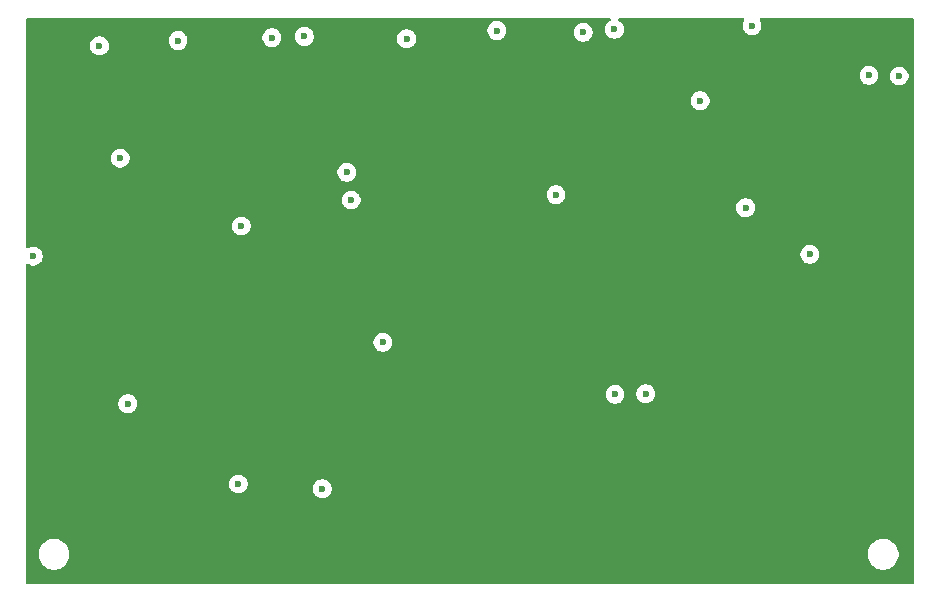
<source format=gbr>
%TF.GenerationSoftware,KiCad,Pcbnew,9.0.0*%
%TF.CreationDate,2025-05-16T17:36:55-07:00*%
%TF.ProjectId,current_measure_board,63757272-656e-4745-9f6d-656173757265,rev?*%
%TF.SameCoordinates,Original*%
%TF.FileFunction,Copper,L5,Inr*%
%TF.FilePolarity,Positive*%
%FSLAX46Y46*%
G04 Gerber Fmt 4.6, Leading zero omitted, Abs format (unit mm)*
G04 Created by KiCad (PCBNEW 9.0.0) date 2025-05-16 17:36:55*
%MOMM*%
%LPD*%
G01*
G04 APERTURE LIST*
%TA.AperFunction,ViaPad*%
%ADD10C,0.600000*%
%TD*%
G04 APERTURE END LIST*
D10*
%TO.N,/Vminus*%
X169550000Y-92550000D03*
%TO.N,GND*%
X167100000Y-92500000D03*
X171500000Y-86150000D03*
X183950000Y-90400000D03*
%TO.N,/Vplus*%
X181400000Y-90350000D03*
%TO.N,GND*%
X176400000Y-105500000D03*
X118650000Y-118150000D03*
X110650000Y-105650000D03*
X128250000Y-103100000D03*
X142250000Y-87250000D03*
X162500000Y-117300000D03*
X149900000Y-86550000D03*
X128000000Y-124943750D03*
X122900000Y-87400000D03*
X137200000Y-98550000D03*
X170950000Y-101550000D03*
X116250000Y-87850000D03*
X140250000Y-112950000D03*
X133600000Y-87050000D03*
X159850000Y-86450000D03*
%TO.N,/Vplus*%
X159900000Y-117350000D03*
X157200000Y-86700000D03*
X130850000Y-87150000D03*
X135112500Y-125350000D03*
X137550000Y-100900000D03*
%TO.N,/Vminus*%
X140000000Y-110350000D03*
X120300000Y-125350000D03*
X118800000Y-87800000D03*
X144900000Y-87350000D03*
X110600000Y-102600000D03*
%TO.N,Net-(U1-IN+)*%
X154900000Y-100450000D03*
X118000000Y-97350000D03*
%TD*%
%TA.AperFunction,Conductor*%
%TO.N,/Vminus*%
G36*
X159495344Y-85519685D02*
G01*
X159541099Y-85572489D01*
X159551043Y-85641647D01*
X159522018Y-85705203D01*
X159475756Y-85738562D01*
X159470821Y-85740605D01*
X159470814Y-85740609D01*
X159339711Y-85828210D01*
X159339707Y-85828213D01*
X159228213Y-85939707D01*
X159228210Y-85939711D01*
X159140609Y-86070814D01*
X159140602Y-86070827D01*
X159080264Y-86216498D01*
X159080261Y-86216510D01*
X159049500Y-86371153D01*
X159049500Y-86528846D01*
X159080261Y-86683489D01*
X159080264Y-86683501D01*
X159140602Y-86829172D01*
X159140609Y-86829185D01*
X159228210Y-86960288D01*
X159228213Y-86960292D01*
X159339707Y-87071786D01*
X159339711Y-87071789D01*
X159470814Y-87159390D01*
X159470827Y-87159397D01*
X159616498Y-87219735D01*
X159616503Y-87219737D01*
X159771153Y-87250499D01*
X159771156Y-87250500D01*
X159771158Y-87250500D01*
X159928844Y-87250500D01*
X159928845Y-87250499D01*
X160083497Y-87219737D01*
X160229179Y-87159394D01*
X160360289Y-87071789D01*
X160471789Y-86960289D01*
X160559394Y-86829179D01*
X160619737Y-86683497D01*
X160650500Y-86528842D01*
X160650500Y-86371158D01*
X160650500Y-86371155D01*
X160650499Y-86371153D01*
X160632419Y-86280261D01*
X160619737Y-86216503D01*
X160619735Y-86216498D01*
X160559397Y-86070827D01*
X160559390Y-86070814D01*
X160471789Y-85939711D01*
X160471786Y-85939707D01*
X160360292Y-85828213D01*
X160360288Y-85828210D01*
X160229185Y-85740609D01*
X160229178Y-85740605D01*
X160224244Y-85738562D01*
X160169840Y-85694721D01*
X160147774Y-85628428D01*
X160165052Y-85560728D01*
X160216189Y-85513117D01*
X160271695Y-85500000D01*
X170739575Y-85500000D01*
X170806614Y-85519685D01*
X170852369Y-85572489D01*
X170862313Y-85641647D01*
X170842677Y-85692891D01*
X170790609Y-85770814D01*
X170790602Y-85770827D01*
X170730264Y-85916498D01*
X170730261Y-85916510D01*
X170699500Y-86071153D01*
X170699500Y-86228846D01*
X170730261Y-86383489D01*
X170730264Y-86383501D01*
X170790602Y-86529172D01*
X170790609Y-86529185D01*
X170878210Y-86660288D01*
X170878213Y-86660292D01*
X170989707Y-86771786D01*
X170989711Y-86771789D01*
X171120814Y-86859390D01*
X171120827Y-86859397D01*
X171194013Y-86889711D01*
X171266503Y-86919737D01*
X171421153Y-86950499D01*
X171421156Y-86950500D01*
X171421158Y-86950500D01*
X171578844Y-86950500D01*
X171578845Y-86950499D01*
X171733497Y-86919737D01*
X171851592Y-86870821D01*
X171879172Y-86859397D01*
X171879172Y-86859396D01*
X171879179Y-86859394D01*
X172010289Y-86771789D01*
X172121789Y-86660289D01*
X172209394Y-86529179D01*
X172269737Y-86383497D01*
X172300500Y-86228842D01*
X172300500Y-86071158D01*
X172300500Y-86071155D01*
X172300499Y-86071153D01*
X172294244Y-86039707D01*
X172269737Y-85916503D01*
X172238298Y-85840602D01*
X172209397Y-85770827D01*
X172209390Y-85770814D01*
X172157323Y-85692891D01*
X172136445Y-85626214D01*
X172154929Y-85558834D01*
X172206908Y-85512143D01*
X172260425Y-85500000D01*
X185097900Y-85500000D01*
X185164939Y-85519685D01*
X185210694Y-85572489D01*
X185221900Y-85624000D01*
X185221900Y-133298200D01*
X185202215Y-133365239D01*
X185149411Y-133410994D01*
X185097900Y-133422200D01*
X110146900Y-133422200D01*
X110079861Y-133402515D01*
X110034106Y-133349711D01*
X110022900Y-133298200D01*
X110022900Y-130797648D01*
X111099500Y-130797648D01*
X111099500Y-131002351D01*
X111131522Y-131204534D01*
X111194781Y-131399223D01*
X111287715Y-131581613D01*
X111408028Y-131747213D01*
X111552786Y-131891971D01*
X111707749Y-132004556D01*
X111718390Y-132012287D01*
X111834607Y-132071503D01*
X111900776Y-132105218D01*
X111900778Y-132105218D01*
X111900781Y-132105220D01*
X112005137Y-132139127D01*
X112095465Y-132168477D01*
X112196557Y-132184488D01*
X112297648Y-132200500D01*
X112297649Y-132200500D01*
X112502351Y-132200500D01*
X112502352Y-132200500D01*
X112704534Y-132168477D01*
X112899219Y-132105220D01*
X113081610Y-132012287D01*
X113174590Y-131944732D01*
X113247213Y-131891971D01*
X113247215Y-131891968D01*
X113247219Y-131891966D01*
X113391966Y-131747219D01*
X113391968Y-131747215D01*
X113391971Y-131747213D01*
X113444732Y-131674590D01*
X113512287Y-131581610D01*
X113605220Y-131399219D01*
X113668477Y-131204534D01*
X113700500Y-131002352D01*
X113700500Y-130797648D01*
X181299500Y-130797648D01*
X181299500Y-131002351D01*
X181331522Y-131204534D01*
X181394781Y-131399223D01*
X181487715Y-131581613D01*
X181608028Y-131747213D01*
X181752786Y-131891971D01*
X181907749Y-132004556D01*
X181918390Y-132012287D01*
X182034607Y-132071503D01*
X182100776Y-132105218D01*
X182100778Y-132105218D01*
X182100781Y-132105220D01*
X182205137Y-132139127D01*
X182295465Y-132168477D01*
X182396557Y-132184488D01*
X182497648Y-132200500D01*
X182497649Y-132200500D01*
X182702351Y-132200500D01*
X182702352Y-132200500D01*
X182904534Y-132168477D01*
X183099219Y-132105220D01*
X183281610Y-132012287D01*
X183374590Y-131944732D01*
X183447213Y-131891971D01*
X183447215Y-131891968D01*
X183447219Y-131891966D01*
X183591966Y-131747219D01*
X183591968Y-131747215D01*
X183591971Y-131747213D01*
X183644732Y-131674590D01*
X183712287Y-131581610D01*
X183805220Y-131399219D01*
X183868477Y-131204534D01*
X183900500Y-131002352D01*
X183900500Y-130797648D01*
X183868477Y-130595466D01*
X183805220Y-130400781D01*
X183805218Y-130400778D01*
X183805218Y-130400776D01*
X183771503Y-130334607D01*
X183712287Y-130218390D01*
X183704556Y-130207749D01*
X183591971Y-130052786D01*
X183447213Y-129908028D01*
X183281613Y-129787715D01*
X183281612Y-129787714D01*
X183281610Y-129787713D01*
X183224653Y-129758691D01*
X183099223Y-129694781D01*
X182904534Y-129631522D01*
X182729995Y-129603878D01*
X182702352Y-129599500D01*
X182497648Y-129599500D01*
X182473329Y-129603351D01*
X182295465Y-129631522D01*
X182100776Y-129694781D01*
X181918386Y-129787715D01*
X181752786Y-129908028D01*
X181608028Y-130052786D01*
X181487715Y-130218386D01*
X181394781Y-130400776D01*
X181331522Y-130595465D01*
X181299500Y-130797648D01*
X113700500Y-130797648D01*
X113668477Y-130595466D01*
X113605220Y-130400781D01*
X113605218Y-130400778D01*
X113605218Y-130400776D01*
X113571503Y-130334607D01*
X113512287Y-130218390D01*
X113504556Y-130207749D01*
X113391971Y-130052786D01*
X113247213Y-129908028D01*
X113081613Y-129787715D01*
X113081612Y-129787714D01*
X113081610Y-129787713D01*
X113024653Y-129758691D01*
X112899223Y-129694781D01*
X112704534Y-129631522D01*
X112529995Y-129603878D01*
X112502352Y-129599500D01*
X112297648Y-129599500D01*
X112273329Y-129603351D01*
X112095465Y-129631522D01*
X111900776Y-129694781D01*
X111718386Y-129787715D01*
X111552786Y-129908028D01*
X111408028Y-130052786D01*
X111287715Y-130218386D01*
X111194781Y-130400776D01*
X111131522Y-130595465D01*
X111099500Y-130797648D01*
X110022900Y-130797648D01*
X110022900Y-124864903D01*
X127199500Y-124864903D01*
X127199500Y-125022596D01*
X127230261Y-125177239D01*
X127230264Y-125177251D01*
X127290602Y-125322922D01*
X127290609Y-125322935D01*
X127378210Y-125454038D01*
X127378213Y-125454042D01*
X127489707Y-125565536D01*
X127489711Y-125565539D01*
X127620814Y-125653140D01*
X127620827Y-125653147D01*
X127766498Y-125713485D01*
X127766503Y-125713487D01*
X127921153Y-125744249D01*
X127921156Y-125744250D01*
X127921158Y-125744250D01*
X128078844Y-125744250D01*
X128078845Y-125744249D01*
X128233497Y-125713487D01*
X128379179Y-125653144D01*
X128510289Y-125565539D01*
X128621789Y-125454039D01*
X128709394Y-125322929D01*
X128730838Y-125271158D01*
X128730840Y-125271153D01*
X134312000Y-125271153D01*
X134312000Y-125428846D01*
X134342761Y-125583489D01*
X134342764Y-125583501D01*
X134403102Y-125729172D01*
X134403109Y-125729185D01*
X134490710Y-125860288D01*
X134490713Y-125860292D01*
X134602207Y-125971786D01*
X134602211Y-125971789D01*
X134733314Y-126059390D01*
X134733327Y-126059397D01*
X134878998Y-126119735D01*
X134879003Y-126119737D01*
X135033653Y-126150499D01*
X135033656Y-126150500D01*
X135033658Y-126150500D01*
X135191344Y-126150500D01*
X135191345Y-126150499D01*
X135345997Y-126119737D01*
X135491679Y-126059394D01*
X135622789Y-125971789D01*
X135734289Y-125860289D01*
X135821894Y-125729179D01*
X135882237Y-125583497D01*
X135913000Y-125428842D01*
X135913000Y-125271158D01*
X135913000Y-125271155D01*
X135912999Y-125271153D01*
X135902349Y-125217614D01*
X135882237Y-125116503D01*
X135843338Y-125022592D01*
X135821897Y-124970827D01*
X135821890Y-124970814D01*
X135734289Y-124839711D01*
X135734286Y-124839707D01*
X135622792Y-124728213D01*
X135622788Y-124728210D01*
X135491685Y-124640609D01*
X135491672Y-124640602D01*
X135346001Y-124580264D01*
X135345989Y-124580261D01*
X135191345Y-124549500D01*
X135191342Y-124549500D01*
X135033658Y-124549500D01*
X135033655Y-124549500D01*
X134879010Y-124580261D01*
X134878998Y-124580264D01*
X134733327Y-124640602D01*
X134733314Y-124640609D01*
X134602211Y-124728210D01*
X134602207Y-124728213D01*
X134490713Y-124839707D01*
X134490710Y-124839711D01*
X134403109Y-124970814D01*
X134403102Y-124970827D01*
X134342764Y-125116498D01*
X134342761Y-125116510D01*
X134312000Y-125271153D01*
X128730840Y-125271153D01*
X128753017Y-125217614D01*
X128769735Y-125177251D01*
X128769737Y-125177247D01*
X128800500Y-125022592D01*
X128800500Y-124864908D01*
X128800500Y-124864905D01*
X128800499Y-124864903D01*
X128769738Y-124710260D01*
X128769737Y-124710253D01*
X128740890Y-124640609D01*
X128709397Y-124564577D01*
X128709390Y-124564564D01*
X128621789Y-124433461D01*
X128621786Y-124433457D01*
X128510292Y-124321963D01*
X128510288Y-124321960D01*
X128379185Y-124234359D01*
X128379172Y-124234352D01*
X128233501Y-124174014D01*
X128233489Y-124174011D01*
X128078845Y-124143250D01*
X128078842Y-124143250D01*
X127921158Y-124143250D01*
X127921155Y-124143250D01*
X127766510Y-124174011D01*
X127766498Y-124174014D01*
X127620827Y-124234352D01*
X127620814Y-124234359D01*
X127489711Y-124321960D01*
X127489707Y-124321963D01*
X127378213Y-124433457D01*
X127378210Y-124433461D01*
X127290609Y-124564564D01*
X127290602Y-124564577D01*
X127230264Y-124710248D01*
X127230261Y-124710260D01*
X127199500Y-124864903D01*
X110022900Y-124864903D01*
X110022900Y-118071153D01*
X117849500Y-118071153D01*
X117849500Y-118228846D01*
X117880261Y-118383489D01*
X117880264Y-118383501D01*
X117940602Y-118529172D01*
X117940609Y-118529185D01*
X118028210Y-118660288D01*
X118028213Y-118660292D01*
X118139707Y-118771786D01*
X118139711Y-118771789D01*
X118270814Y-118859390D01*
X118270827Y-118859397D01*
X118416498Y-118919735D01*
X118416503Y-118919737D01*
X118571153Y-118950499D01*
X118571156Y-118950500D01*
X118571158Y-118950500D01*
X118728844Y-118950500D01*
X118728845Y-118950499D01*
X118883497Y-118919737D01*
X119029179Y-118859394D01*
X119160289Y-118771789D01*
X119271789Y-118660289D01*
X119359394Y-118529179D01*
X119419737Y-118383497D01*
X119450500Y-118228842D01*
X119450500Y-118071158D01*
X119450500Y-118071155D01*
X119450499Y-118071153D01*
X119430734Y-117971789D01*
X119419737Y-117916503D01*
X119396452Y-117860288D01*
X119359397Y-117770827D01*
X119359390Y-117770814D01*
X119271789Y-117639711D01*
X119271786Y-117639707D01*
X119160292Y-117528213D01*
X119160288Y-117528210D01*
X119029185Y-117440609D01*
X119029172Y-117440602D01*
X118883501Y-117380264D01*
X118883489Y-117380261D01*
X118728845Y-117349500D01*
X118728842Y-117349500D01*
X118571158Y-117349500D01*
X118571155Y-117349500D01*
X118416510Y-117380261D01*
X118416498Y-117380264D01*
X118270827Y-117440602D01*
X118270814Y-117440609D01*
X118139711Y-117528210D01*
X118139707Y-117528213D01*
X118028213Y-117639707D01*
X118028210Y-117639711D01*
X117940609Y-117770814D01*
X117940602Y-117770827D01*
X117880264Y-117916498D01*
X117880261Y-117916510D01*
X117849500Y-118071153D01*
X110022900Y-118071153D01*
X110022900Y-117271153D01*
X159099500Y-117271153D01*
X159099500Y-117428846D01*
X159130261Y-117583489D01*
X159130264Y-117583501D01*
X159190602Y-117729172D01*
X159190609Y-117729185D01*
X159278210Y-117860288D01*
X159278213Y-117860292D01*
X159389707Y-117971786D01*
X159389711Y-117971789D01*
X159520814Y-118059390D01*
X159520827Y-118059397D01*
X159620060Y-118100500D01*
X159666503Y-118119737D01*
X159821153Y-118150499D01*
X159821156Y-118150500D01*
X159821158Y-118150500D01*
X159978844Y-118150500D01*
X159978845Y-118150499D01*
X160133497Y-118119737D01*
X160279179Y-118059394D01*
X160410289Y-117971789D01*
X160521789Y-117860289D01*
X160609394Y-117729179D01*
X160669737Y-117583497D01*
X160700500Y-117428842D01*
X160700500Y-117271158D01*
X160700500Y-117271155D01*
X160694155Y-117239258D01*
X160694155Y-117239257D01*
X160690554Y-117221153D01*
X161699500Y-117221153D01*
X161699500Y-117378846D01*
X161730261Y-117533489D01*
X161730264Y-117533501D01*
X161790602Y-117679172D01*
X161790609Y-117679185D01*
X161878210Y-117810288D01*
X161878213Y-117810292D01*
X161989707Y-117921786D01*
X161989711Y-117921789D01*
X162120814Y-118009390D01*
X162120827Y-118009397D01*
X162266498Y-118069735D01*
X162266503Y-118069737D01*
X162421153Y-118100499D01*
X162421156Y-118100500D01*
X162421158Y-118100500D01*
X162578844Y-118100500D01*
X162578845Y-118100499D01*
X162733497Y-118069737D01*
X162879179Y-118009394D01*
X163010289Y-117921789D01*
X163121789Y-117810289D01*
X163209394Y-117679179D01*
X163269737Y-117533497D01*
X163300500Y-117378842D01*
X163300500Y-117221158D01*
X163300500Y-117221155D01*
X163300499Y-117221153D01*
X163279684Y-117116510D01*
X163269737Y-117066503D01*
X163230102Y-116970814D01*
X163209397Y-116920827D01*
X163209390Y-116920814D01*
X163121789Y-116789711D01*
X163121786Y-116789707D01*
X163010292Y-116678213D01*
X163010288Y-116678210D01*
X162879185Y-116590609D01*
X162879172Y-116590602D01*
X162733501Y-116530264D01*
X162733489Y-116530261D01*
X162578845Y-116499500D01*
X162578842Y-116499500D01*
X162421158Y-116499500D01*
X162421155Y-116499500D01*
X162266510Y-116530261D01*
X162266498Y-116530264D01*
X162120827Y-116590602D01*
X162120814Y-116590609D01*
X161989711Y-116678210D01*
X161989707Y-116678213D01*
X161878213Y-116789707D01*
X161878210Y-116789711D01*
X161790609Y-116920814D01*
X161790602Y-116920827D01*
X161730264Y-117066498D01*
X161730261Y-117066510D01*
X161699500Y-117221153D01*
X160690554Y-117221153D01*
X160669738Y-117116510D01*
X160669737Y-117116503D01*
X160669735Y-117116498D01*
X160609397Y-116970827D01*
X160609390Y-116970814D01*
X160521789Y-116839711D01*
X160521786Y-116839707D01*
X160410292Y-116728213D01*
X160410288Y-116728210D01*
X160279185Y-116640609D01*
X160279172Y-116640602D01*
X160133501Y-116580264D01*
X160133489Y-116580261D01*
X159978845Y-116549500D01*
X159978842Y-116549500D01*
X159821158Y-116549500D01*
X159821155Y-116549500D01*
X159666510Y-116580261D01*
X159666498Y-116580264D01*
X159520827Y-116640602D01*
X159520814Y-116640609D01*
X159389711Y-116728210D01*
X159389707Y-116728213D01*
X159278213Y-116839707D01*
X159278210Y-116839711D01*
X159190609Y-116970814D01*
X159190602Y-116970827D01*
X159130264Y-117116498D01*
X159130261Y-117116510D01*
X159099500Y-117271153D01*
X110022900Y-117271153D01*
X110022900Y-112871153D01*
X139449500Y-112871153D01*
X139449500Y-113028846D01*
X139480261Y-113183489D01*
X139480264Y-113183501D01*
X139540602Y-113329172D01*
X139540609Y-113329185D01*
X139628210Y-113460288D01*
X139628213Y-113460292D01*
X139739707Y-113571786D01*
X139739711Y-113571789D01*
X139870814Y-113659390D01*
X139870827Y-113659397D01*
X140016498Y-113719735D01*
X140016503Y-113719737D01*
X140171153Y-113750499D01*
X140171156Y-113750500D01*
X140171158Y-113750500D01*
X140328844Y-113750500D01*
X140328845Y-113750499D01*
X140483497Y-113719737D01*
X140629179Y-113659394D01*
X140760289Y-113571789D01*
X140871789Y-113460289D01*
X140959394Y-113329179D01*
X141019737Y-113183497D01*
X141050500Y-113028842D01*
X141050500Y-112871158D01*
X141050500Y-112871155D01*
X141050499Y-112871153D01*
X141019738Y-112716510D01*
X141019737Y-112716503D01*
X141019735Y-112716498D01*
X140959397Y-112570827D01*
X140959390Y-112570814D01*
X140871789Y-112439711D01*
X140871786Y-112439707D01*
X140760292Y-112328213D01*
X140760288Y-112328210D01*
X140629185Y-112240609D01*
X140629172Y-112240602D01*
X140483501Y-112180264D01*
X140483489Y-112180261D01*
X140328845Y-112149500D01*
X140328842Y-112149500D01*
X140171158Y-112149500D01*
X140171155Y-112149500D01*
X140016510Y-112180261D01*
X140016498Y-112180264D01*
X139870827Y-112240602D01*
X139870814Y-112240609D01*
X139739711Y-112328210D01*
X139739707Y-112328213D01*
X139628213Y-112439707D01*
X139628210Y-112439711D01*
X139540609Y-112570814D01*
X139540602Y-112570827D01*
X139480264Y-112716498D01*
X139480261Y-112716510D01*
X139449500Y-112871153D01*
X110022900Y-112871153D01*
X110022900Y-106425726D01*
X110042585Y-106358687D01*
X110095389Y-106312932D01*
X110164547Y-106302988D01*
X110215789Y-106322622D01*
X110270821Y-106359394D01*
X110270823Y-106359395D01*
X110270827Y-106359397D01*
X110416498Y-106419735D01*
X110416503Y-106419737D01*
X110571153Y-106450499D01*
X110571156Y-106450500D01*
X110571158Y-106450500D01*
X110728844Y-106450500D01*
X110728845Y-106450499D01*
X110883497Y-106419737D01*
X111029179Y-106359394D01*
X111160289Y-106271789D01*
X111271789Y-106160289D01*
X111359394Y-106029179D01*
X111419737Y-105883497D01*
X111450500Y-105728842D01*
X111450500Y-105571158D01*
X111450500Y-105571155D01*
X111450499Y-105571153D01*
X111424264Y-105439257D01*
X111420662Y-105421153D01*
X175599500Y-105421153D01*
X175599500Y-105578846D01*
X175630261Y-105733489D01*
X175630264Y-105733501D01*
X175690602Y-105879172D01*
X175690609Y-105879185D01*
X175778210Y-106010288D01*
X175778213Y-106010292D01*
X175889707Y-106121786D01*
X175889711Y-106121789D01*
X176020814Y-106209390D01*
X176020827Y-106209397D01*
X176166498Y-106269735D01*
X176166503Y-106269737D01*
X176321153Y-106300499D01*
X176321156Y-106300500D01*
X176321158Y-106300500D01*
X176478844Y-106300500D01*
X176478845Y-106300499D01*
X176633497Y-106269737D01*
X176779179Y-106209394D01*
X176910289Y-106121789D01*
X177021789Y-106010289D01*
X177109394Y-105879179D01*
X177169737Y-105733497D01*
X177200500Y-105578842D01*
X177200500Y-105421158D01*
X177200500Y-105421155D01*
X177200499Y-105421153D01*
X177170596Y-105270821D01*
X177169737Y-105266503D01*
X177120511Y-105147659D01*
X177109397Y-105120827D01*
X177109390Y-105120814D01*
X177021789Y-104989711D01*
X177021786Y-104989707D01*
X176910292Y-104878213D01*
X176910288Y-104878210D01*
X176779185Y-104790609D01*
X176779172Y-104790602D01*
X176633501Y-104730264D01*
X176633489Y-104730261D01*
X176478845Y-104699500D01*
X176478842Y-104699500D01*
X176321158Y-104699500D01*
X176321155Y-104699500D01*
X176166510Y-104730261D01*
X176166498Y-104730264D01*
X176020827Y-104790602D01*
X176020814Y-104790609D01*
X175889711Y-104878210D01*
X175889707Y-104878213D01*
X175778213Y-104989707D01*
X175778210Y-104989711D01*
X175690609Y-105120814D01*
X175690602Y-105120827D01*
X175630264Y-105266498D01*
X175630261Y-105266510D01*
X175599500Y-105421153D01*
X111420662Y-105421153D01*
X111419738Y-105416507D01*
X111419735Y-105416498D01*
X111359397Y-105270827D01*
X111359390Y-105270814D01*
X111271789Y-105139711D01*
X111271786Y-105139707D01*
X111160292Y-105028213D01*
X111160288Y-105028210D01*
X111029185Y-104940609D01*
X111029172Y-104940602D01*
X110883501Y-104880264D01*
X110883489Y-104880261D01*
X110728845Y-104849500D01*
X110728842Y-104849500D01*
X110571158Y-104849500D01*
X110571155Y-104849500D01*
X110416510Y-104880261D01*
X110416498Y-104880264D01*
X110270827Y-104940602D01*
X110270809Y-104940612D01*
X110215790Y-104977375D01*
X110149113Y-104998253D01*
X110081733Y-104979768D01*
X110035043Y-104927789D01*
X110022900Y-104874273D01*
X110022900Y-103021153D01*
X127449500Y-103021153D01*
X127449500Y-103178846D01*
X127480261Y-103333489D01*
X127480264Y-103333501D01*
X127540602Y-103479172D01*
X127540609Y-103479185D01*
X127628210Y-103610288D01*
X127628213Y-103610292D01*
X127739707Y-103721786D01*
X127739711Y-103721789D01*
X127870814Y-103809390D01*
X127870827Y-103809397D01*
X128016498Y-103869735D01*
X128016503Y-103869737D01*
X128171153Y-103900499D01*
X128171156Y-103900500D01*
X128171158Y-103900500D01*
X128328844Y-103900500D01*
X128328845Y-103900499D01*
X128483497Y-103869737D01*
X128629179Y-103809394D01*
X128760289Y-103721789D01*
X128871789Y-103610289D01*
X128959394Y-103479179D01*
X129019737Y-103333497D01*
X129050500Y-103178842D01*
X129050500Y-103021158D01*
X129050500Y-103021155D01*
X129050499Y-103021153D01*
X129019738Y-102866510D01*
X129019737Y-102866503D01*
X129019735Y-102866498D01*
X128959397Y-102720827D01*
X128959390Y-102720814D01*
X128871789Y-102589711D01*
X128871786Y-102589707D01*
X128760292Y-102478213D01*
X128760288Y-102478210D01*
X128629185Y-102390609D01*
X128629172Y-102390602D01*
X128483501Y-102330264D01*
X128483489Y-102330261D01*
X128328845Y-102299500D01*
X128328842Y-102299500D01*
X128171158Y-102299500D01*
X128171155Y-102299500D01*
X128016510Y-102330261D01*
X128016498Y-102330264D01*
X127870827Y-102390602D01*
X127870814Y-102390609D01*
X127739711Y-102478210D01*
X127739707Y-102478213D01*
X127628213Y-102589707D01*
X127628210Y-102589711D01*
X127540609Y-102720814D01*
X127540602Y-102720827D01*
X127480264Y-102866498D01*
X127480261Y-102866510D01*
X127449500Y-103021153D01*
X110022900Y-103021153D01*
X110022900Y-100821153D01*
X136749500Y-100821153D01*
X136749500Y-100978846D01*
X136780261Y-101133489D01*
X136780264Y-101133501D01*
X136840602Y-101279172D01*
X136840609Y-101279185D01*
X136928210Y-101410288D01*
X136928213Y-101410292D01*
X137039707Y-101521786D01*
X137039711Y-101521789D01*
X137170814Y-101609390D01*
X137170827Y-101609397D01*
X137316498Y-101669735D01*
X137316503Y-101669737D01*
X137471153Y-101700499D01*
X137471156Y-101700500D01*
X137471158Y-101700500D01*
X137628844Y-101700500D01*
X137628845Y-101700499D01*
X137783497Y-101669737D01*
X137929179Y-101609394D01*
X138060289Y-101521789D01*
X138110925Y-101471153D01*
X170149500Y-101471153D01*
X170149500Y-101628846D01*
X170180261Y-101783489D01*
X170180264Y-101783501D01*
X170240602Y-101929172D01*
X170240609Y-101929185D01*
X170328210Y-102060288D01*
X170328213Y-102060292D01*
X170439707Y-102171786D01*
X170439711Y-102171789D01*
X170570814Y-102259390D01*
X170570827Y-102259397D01*
X170667646Y-102299500D01*
X170716503Y-102319737D01*
X170871153Y-102350499D01*
X170871156Y-102350500D01*
X170871158Y-102350500D01*
X171028844Y-102350500D01*
X171028845Y-102350499D01*
X171183497Y-102319737D01*
X171329179Y-102259394D01*
X171460289Y-102171789D01*
X171571789Y-102060289D01*
X171659394Y-101929179D01*
X171719737Y-101783497D01*
X171750500Y-101628842D01*
X171750500Y-101471158D01*
X171750500Y-101471155D01*
X171750499Y-101471153D01*
X171719738Y-101316510D01*
X171719737Y-101316503D01*
X171719735Y-101316498D01*
X171659397Y-101170827D01*
X171659390Y-101170814D01*
X171571789Y-101039711D01*
X171571786Y-101039707D01*
X171460292Y-100928213D01*
X171460288Y-100928210D01*
X171329185Y-100840609D01*
X171329172Y-100840602D01*
X171183501Y-100780264D01*
X171183489Y-100780261D01*
X171028845Y-100749500D01*
X171028842Y-100749500D01*
X170871158Y-100749500D01*
X170871155Y-100749500D01*
X170716510Y-100780261D01*
X170716498Y-100780264D01*
X170570827Y-100840602D01*
X170570814Y-100840609D01*
X170439711Y-100928210D01*
X170439707Y-100928213D01*
X170328213Y-101039707D01*
X170328210Y-101039711D01*
X170240609Y-101170814D01*
X170240602Y-101170827D01*
X170180264Y-101316498D01*
X170180261Y-101316510D01*
X170149500Y-101471153D01*
X138110925Y-101471153D01*
X138171789Y-101410289D01*
X138259394Y-101279179D01*
X138319737Y-101133497D01*
X138350500Y-100978842D01*
X138350500Y-100821158D01*
X138350500Y-100821155D01*
X138350499Y-100821153D01*
X138323117Y-100683497D01*
X138319737Y-100666503D01*
X138319735Y-100666498D01*
X138259397Y-100520827D01*
X138259390Y-100520814D01*
X138201354Y-100433957D01*
X138171789Y-100389711D01*
X138171786Y-100389707D01*
X138153232Y-100371153D01*
X154099500Y-100371153D01*
X154099500Y-100528846D01*
X154130261Y-100683489D01*
X154130264Y-100683501D01*
X154190602Y-100829172D01*
X154190609Y-100829185D01*
X154278210Y-100960288D01*
X154278213Y-100960292D01*
X154389707Y-101071786D01*
X154389711Y-101071789D01*
X154520814Y-101159390D01*
X154520827Y-101159397D01*
X154666498Y-101219735D01*
X154666503Y-101219737D01*
X154821153Y-101250499D01*
X154821156Y-101250500D01*
X154821158Y-101250500D01*
X154978844Y-101250500D01*
X154978845Y-101250499D01*
X155133497Y-101219737D01*
X155251592Y-101170821D01*
X155279172Y-101159397D01*
X155279172Y-101159396D01*
X155279179Y-101159394D01*
X155410289Y-101071789D01*
X155521789Y-100960289D01*
X155609394Y-100829179D01*
X155612719Y-100821153D01*
X155629655Y-100780264D01*
X155669737Y-100683497D01*
X155700500Y-100528842D01*
X155700500Y-100371158D01*
X155700500Y-100371155D01*
X155700499Y-100371153D01*
X155682012Y-100278213D01*
X155669737Y-100216503D01*
X155669735Y-100216498D01*
X155609397Y-100070827D01*
X155609390Y-100070814D01*
X155521789Y-99939711D01*
X155521786Y-99939707D01*
X155410292Y-99828213D01*
X155410288Y-99828210D01*
X155279185Y-99740609D01*
X155279172Y-99740602D01*
X155133501Y-99680264D01*
X155133489Y-99680261D01*
X154978845Y-99649500D01*
X154978842Y-99649500D01*
X154821158Y-99649500D01*
X154821155Y-99649500D01*
X154666510Y-99680261D01*
X154666498Y-99680264D01*
X154520827Y-99740602D01*
X154520814Y-99740609D01*
X154389711Y-99828210D01*
X154389707Y-99828213D01*
X154278213Y-99939707D01*
X154278210Y-99939711D01*
X154190609Y-100070814D01*
X154190602Y-100070827D01*
X154130264Y-100216498D01*
X154130261Y-100216510D01*
X154099500Y-100371153D01*
X138153232Y-100371153D01*
X138060292Y-100278213D01*
X138060288Y-100278210D01*
X137929185Y-100190609D01*
X137929172Y-100190602D01*
X137783501Y-100130264D01*
X137783489Y-100130261D01*
X137628845Y-100099500D01*
X137628842Y-100099500D01*
X137471158Y-100099500D01*
X137471155Y-100099500D01*
X137316510Y-100130261D01*
X137316498Y-100130264D01*
X137170827Y-100190602D01*
X137170814Y-100190609D01*
X137039711Y-100278210D01*
X137039707Y-100278213D01*
X136928213Y-100389707D01*
X136928210Y-100389711D01*
X136840609Y-100520814D01*
X136840602Y-100520827D01*
X136780264Y-100666498D01*
X136780261Y-100666510D01*
X136749500Y-100821153D01*
X110022900Y-100821153D01*
X110022900Y-98471153D01*
X136399500Y-98471153D01*
X136399500Y-98628846D01*
X136430261Y-98783489D01*
X136430264Y-98783501D01*
X136490602Y-98929172D01*
X136490609Y-98929185D01*
X136578210Y-99060288D01*
X136578213Y-99060292D01*
X136689707Y-99171786D01*
X136689711Y-99171789D01*
X136820814Y-99259390D01*
X136820827Y-99259397D01*
X136966498Y-99319735D01*
X136966503Y-99319737D01*
X137121153Y-99350499D01*
X137121156Y-99350500D01*
X137121158Y-99350500D01*
X137278844Y-99350500D01*
X137278845Y-99350499D01*
X137433497Y-99319737D01*
X137579179Y-99259394D01*
X137710289Y-99171789D01*
X137821789Y-99060289D01*
X137909394Y-98929179D01*
X137969737Y-98783497D01*
X138000500Y-98628842D01*
X138000500Y-98471158D01*
X138000500Y-98471155D01*
X138000499Y-98471153D01*
X137969738Y-98316510D01*
X137969737Y-98316503D01*
X137969735Y-98316498D01*
X137909397Y-98170827D01*
X137909390Y-98170814D01*
X137821789Y-98039711D01*
X137821786Y-98039707D01*
X137710292Y-97928213D01*
X137710288Y-97928210D01*
X137579185Y-97840609D01*
X137579172Y-97840602D01*
X137433501Y-97780264D01*
X137433489Y-97780261D01*
X137278845Y-97749500D01*
X137278842Y-97749500D01*
X137121158Y-97749500D01*
X137121155Y-97749500D01*
X136966510Y-97780261D01*
X136966498Y-97780264D01*
X136820827Y-97840602D01*
X136820814Y-97840609D01*
X136689711Y-97928210D01*
X136689707Y-97928213D01*
X136578213Y-98039707D01*
X136578210Y-98039711D01*
X136490609Y-98170814D01*
X136490602Y-98170827D01*
X136430264Y-98316498D01*
X136430261Y-98316510D01*
X136399500Y-98471153D01*
X110022900Y-98471153D01*
X110022900Y-97271153D01*
X117199500Y-97271153D01*
X117199500Y-97428846D01*
X117230261Y-97583489D01*
X117230264Y-97583501D01*
X117290602Y-97729172D01*
X117290609Y-97729185D01*
X117378210Y-97860288D01*
X117378213Y-97860292D01*
X117489707Y-97971786D01*
X117489711Y-97971789D01*
X117620814Y-98059390D01*
X117620827Y-98059397D01*
X117766498Y-98119735D01*
X117766503Y-98119737D01*
X117921153Y-98150499D01*
X117921156Y-98150500D01*
X117921158Y-98150500D01*
X118078844Y-98150500D01*
X118078845Y-98150499D01*
X118233497Y-98119737D01*
X118379179Y-98059394D01*
X118510289Y-97971789D01*
X118621789Y-97860289D01*
X118709394Y-97729179D01*
X118769737Y-97583497D01*
X118800500Y-97428842D01*
X118800500Y-97271158D01*
X118800500Y-97271155D01*
X118800499Y-97271153D01*
X118769738Y-97116510D01*
X118769737Y-97116503D01*
X118769735Y-97116498D01*
X118709397Y-96970827D01*
X118709390Y-96970814D01*
X118621789Y-96839711D01*
X118621786Y-96839707D01*
X118510292Y-96728213D01*
X118510288Y-96728210D01*
X118379185Y-96640609D01*
X118379172Y-96640602D01*
X118233501Y-96580264D01*
X118233489Y-96580261D01*
X118078845Y-96549500D01*
X118078842Y-96549500D01*
X117921158Y-96549500D01*
X117921155Y-96549500D01*
X117766510Y-96580261D01*
X117766498Y-96580264D01*
X117620827Y-96640602D01*
X117620814Y-96640609D01*
X117489711Y-96728210D01*
X117489707Y-96728213D01*
X117378213Y-96839707D01*
X117378210Y-96839711D01*
X117290609Y-96970814D01*
X117290602Y-96970827D01*
X117230264Y-97116498D01*
X117230261Y-97116510D01*
X117199500Y-97271153D01*
X110022900Y-97271153D01*
X110022900Y-92421153D01*
X166299500Y-92421153D01*
X166299500Y-92578846D01*
X166330261Y-92733489D01*
X166330264Y-92733501D01*
X166390602Y-92879172D01*
X166390609Y-92879185D01*
X166478210Y-93010288D01*
X166478213Y-93010292D01*
X166589707Y-93121786D01*
X166589711Y-93121789D01*
X166720814Y-93209390D01*
X166720827Y-93209397D01*
X166866498Y-93269735D01*
X166866503Y-93269737D01*
X167021153Y-93300499D01*
X167021156Y-93300500D01*
X167021158Y-93300500D01*
X167178844Y-93300500D01*
X167178845Y-93300499D01*
X167333497Y-93269737D01*
X167479179Y-93209394D01*
X167610289Y-93121789D01*
X167721789Y-93010289D01*
X167809394Y-92879179D01*
X167869737Y-92733497D01*
X167900500Y-92578842D01*
X167900500Y-92421158D01*
X167900500Y-92421155D01*
X167900499Y-92421153D01*
X167869738Y-92266510D01*
X167869737Y-92266503D01*
X167869735Y-92266498D01*
X167809397Y-92120827D01*
X167809390Y-92120814D01*
X167721789Y-91989711D01*
X167721786Y-91989707D01*
X167610292Y-91878213D01*
X167610288Y-91878210D01*
X167479185Y-91790609D01*
X167479172Y-91790602D01*
X167333501Y-91730264D01*
X167333489Y-91730261D01*
X167178845Y-91699500D01*
X167178842Y-91699500D01*
X167021158Y-91699500D01*
X167021155Y-91699500D01*
X166866510Y-91730261D01*
X166866498Y-91730264D01*
X166720827Y-91790602D01*
X166720814Y-91790609D01*
X166589711Y-91878210D01*
X166589707Y-91878213D01*
X166478213Y-91989707D01*
X166478210Y-91989711D01*
X166390609Y-92120814D01*
X166390602Y-92120827D01*
X166330264Y-92266498D01*
X166330261Y-92266510D01*
X166299500Y-92421153D01*
X110022900Y-92421153D01*
X110022900Y-90271153D01*
X180599500Y-90271153D01*
X180599500Y-90428846D01*
X180630261Y-90583489D01*
X180630264Y-90583501D01*
X180690602Y-90729172D01*
X180690609Y-90729185D01*
X180778210Y-90860288D01*
X180778213Y-90860292D01*
X180889707Y-90971786D01*
X180889711Y-90971789D01*
X181020814Y-91059390D01*
X181020827Y-91059397D01*
X181166498Y-91119735D01*
X181166503Y-91119737D01*
X181321153Y-91150499D01*
X181321156Y-91150500D01*
X181321158Y-91150500D01*
X181478844Y-91150500D01*
X181478845Y-91150499D01*
X181633497Y-91119737D01*
X181779179Y-91059394D01*
X181910289Y-90971789D01*
X182021789Y-90860289D01*
X182109394Y-90729179D01*
X182169737Y-90583497D01*
X182200500Y-90428842D01*
X182200500Y-90321153D01*
X183149500Y-90321153D01*
X183149500Y-90478846D01*
X183180261Y-90633489D01*
X183180264Y-90633501D01*
X183240602Y-90779172D01*
X183240609Y-90779185D01*
X183328210Y-90910288D01*
X183328213Y-90910292D01*
X183439707Y-91021786D01*
X183439711Y-91021789D01*
X183570814Y-91109390D01*
X183570827Y-91109397D01*
X183670060Y-91150500D01*
X183716503Y-91169737D01*
X183871153Y-91200499D01*
X183871156Y-91200500D01*
X183871158Y-91200500D01*
X184028844Y-91200500D01*
X184028845Y-91200499D01*
X184183497Y-91169737D01*
X184329179Y-91109394D01*
X184460289Y-91021789D01*
X184571789Y-90910289D01*
X184659394Y-90779179D01*
X184719737Y-90633497D01*
X184750500Y-90478842D01*
X184750500Y-90321158D01*
X184750500Y-90321155D01*
X184750499Y-90321153D01*
X184719738Y-90166510D01*
X184719737Y-90166503D01*
X184719735Y-90166498D01*
X184659397Y-90020827D01*
X184659390Y-90020814D01*
X184571789Y-89889711D01*
X184571786Y-89889707D01*
X184460292Y-89778213D01*
X184460288Y-89778210D01*
X184329185Y-89690609D01*
X184329172Y-89690602D01*
X184183501Y-89630264D01*
X184183489Y-89630261D01*
X184028845Y-89599500D01*
X184028842Y-89599500D01*
X183871158Y-89599500D01*
X183871155Y-89599500D01*
X183716510Y-89630261D01*
X183716498Y-89630264D01*
X183570827Y-89690602D01*
X183570814Y-89690609D01*
X183439711Y-89778210D01*
X183439707Y-89778213D01*
X183328213Y-89889707D01*
X183328210Y-89889711D01*
X183240609Y-90020814D01*
X183240602Y-90020827D01*
X183180264Y-90166498D01*
X183180261Y-90166510D01*
X183149500Y-90321153D01*
X182200500Y-90321153D01*
X182200500Y-90271158D01*
X182200500Y-90271155D01*
X182200499Y-90271153D01*
X182179684Y-90166510D01*
X182169737Y-90116503D01*
X182130102Y-90020814D01*
X182109397Y-89970827D01*
X182109390Y-89970814D01*
X182021789Y-89839711D01*
X182021786Y-89839707D01*
X181910292Y-89728213D01*
X181910288Y-89728210D01*
X181779185Y-89640609D01*
X181779172Y-89640602D01*
X181633501Y-89580264D01*
X181633489Y-89580261D01*
X181478845Y-89549500D01*
X181478842Y-89549500D01*
X181321158Y-89549500D01*
X181321155Y-89549500D01*
X181166510Y-89580261D01*
X181166498Y-89580264D01*
X181020827Y-89640602D01*
X181020814Y-89640609D01*
X180889711Y-89728210D01*
X180889707Y-89728213D01*
X180778213Y-89839707D01*
X180778210Y-89839711D01*
X180690609Y-89970814D01*
X180690602Y-89970827D01*
X180630264Y-90116498D01*
X180630261Y-90116510D01*
X180599500Y-90271153D01*
X110022900Y-90271153D01*
X110022900Y-87771153D01*
X115449500Y-87771153D01*
X115449500Y-87928846D01*
X115480261Y-88083489D01*
X115480264Y-88083501D01*
X115540602Y-88229172D01*
X115540609Y-88229185D01*
X115628210Y-88360288D01*
X115628213Y-88360292D01*
X115739707Y-88471786D01*
X115739711Y-88471789D01*
X115870814Y-88559390D01*
X115870827Y-88559397D01*
X116016498Y-88619735D01*
X116016503Y-88619737D01*
X116171153Y-88650499D01*
X116171156Y-88650500D01*
X116171158Y-88650500D01*
X116328844Y-88650500D01*
X116328845Y-88650499D01*
X116483497Y-88619737D01*
X116629179Y-88559394D01*
X116760289Y-88471789D01*
X116871789Y-88360289D01*
X116959394Y-88229179D01*
X117019737Y-88083497D01*
X117050500Y-87928842D01*
X117050500Y-87771158D01*
X117050500Y-87771155D01*
X117050499Y-87771153D01*
X117030734Y-87671789D01*
X117019737Y-87616503D01*
X116983569Y-87529185D01*
X116959397Y-87470827D01*
X116959390Y-87470814D01*
X116901354Y-87383957D01*
X116871789Y-87339711D01*
X116871786Y-87339707D01*
X116853232Y-87321153D01*
X122099500Y-87321153D01*
X122099500Y-87478846D01*
X122130261Y-87633489D01*
X122130264Y-87633501D01*
X122190602Y-87779172D01*
X122190609Y-87779185D01*
X122278210Y-87910288D01*
X122278213Y-87910292D01*
X122389707Y-88021786D01*
X122389711Y-88021789D01*
X122520814Y-88109390D01*
X122520827Y-88109397D01*
X122666498Y-88169735D01*
X122666503Y-88169737D01*
X122821153Y-88200499D01*
X122821156Y-88200500D01*
X122821158Y-88200500D01*
X122978844Y-88200500D01*
X122978845Y-88200499D01*
X123133497Y-88169737D01*
X123279179Y-88109394D01*
X123410289Y-88021789D01*
X123521789Y-87910289D01*
X123609394Y-87779179D01*
X123612719Y-87771153D01*
X123669735Y-87633501D01*
X123669737Y-87633497D01*
X123700500Y-87478842D01*
X123700500Y-87321158D01*
X123700500Y-87321155D01*
X123700499Y-87321153D01*
X123700217Y-87319735D01*
X123669737Y-87166503D01*
X123630242Y-87071153D01*
X130049500Y-87071153D01*
X130049500Y-87228846D01*
X130080261Y-87383489D01*
X130080264Y-87383501D01*
X130140602Y-87529172D01*
X130140609Y-87529185D01*
X130228210Y-87660288D01*
X130228213Y-87660292D01*
X130339707Y-87771786D01*
X130339711Y-87771789D01*
X130470814Y-87859390D01*
X130470827Y-87859397D01*
X130616498Y-87919735D01*
X130616503Y-87919737D01*
X130771153Y-87950499D01*
X130771156Y-87950500D01*
X130771158Y-87950500D01*
X130928844Y-87950500D01*
X130928845Y-87950499D01*
X131083497Y-87919737D01*
X131229179Y-87859394D01*
X131360289Y-87771789D01*
X131471789Y-87660289D01*
X131559394Y-87529179D01*
X131619737Y-87383497D01*
X131650500Y-87228842D01*
X131650500Y-87071158D01*
X131650500Y-87071155D01*
X131634209Y-86989258D01*
X131634209Y-86989257D01*
X131630608Y-86971153D01*
X132799500Y-86971153D01*
X132799500Y-87128846D01*
X132830261Y-87283489D01*
X132830264Y-87283501D01*
X132890602Y-87429172D01*
X132890609Y-87429185D01*
X132978210Y-87560288D01*
X132978213Y-87560292D01*
X133089707Y-87671786D01*
X133089711Y-87671789D01*
X133220814Y-87759390D01*
X133220827Y-87759397D01*
X133366498Y-87819735D01*
X133366503Y-87819737D01*
X133521153Y-87850499D01*
X133521156Y-87850500D01*
X133521158Y-87850500D01*
X133678844Y-87850500D01*
X133678845Y-87850499D01*
X133833497Y-87819737D01*
X133979179Y-87759394D01*
X134110289Y-87671789D01*
X134221789Y-87560289D01*
X134309394Y-87429179D01*
X134369737Y-87283497D01*
X134384715Y-87208194D01*
X134392084Y-87171153D01*
X141449500Y-87171153D01*
X141449500Y-87328846D01*
X141480261Y-87483489D01*
X141480264Y-87483501D01*
X141540602Y-87629172D01*
X141540609Y-87629185D01*
X141628210Y-87760288D01*
X141628213Y-87760292D01*
X141739707Y-87871786D01*
X141739711Y-87871789D01*
X141870814Y-87959390D01*
X141870827Y-87959397D01*
X142016498Y-88019735D01*
X142016503Y-88019737D01*
X142171153Y-88050499D01*
X142171156Y-88050500D01*
X142171158Y-88050500D01*
X142328844Y-88050500D01*
X142328845Y-88050499D01*
X142483497Y-88019737D01*
X142629179Y-87959394D01*
X142760289Y-87871789D01*
X142871789Y-87760289D01*
X142959394Y-87629179D01*
X143019737Y-87483497D01*
X143050500Y-87328842D01*
X143050500Y-87171158D01*
X143050500Y-87171155D01*
X143050499Y-87171153D01*
X143044422Y-87140602D01*
X143019737Y-87016503D01*
X143008452Y-86989258D01*
X142959397Y-86870827D01*
X142959390Y-86870814D01*
X142871789Y-86739711D01*
X142871786Y-86739707D01*
X142760292Y-86628213D01*
X142760288Y-86628210D01*
X142670429Y-86568168D01*
X142629185Y-86540609D01*
X142629172Y-86540602D01*
X142483501Y-86480264D01*
X142483489Y-86480261D01*
X142437701Y-86471153D01*
X149099500Y-86471153D01*
X149099500Y-86628846D01*
X149130261Y-86783489D01*
X149130264Y-86783501D01*
X149190602Y-86929172D01*
X149190609Y-86929185D01*
X149278210Y-87060288D01*
X149278213Y-87060292D01*
X149389707Y-87171786D01*
X149389711Y-87171789D01*
X149520814Y-87259390D01*
X149520827Y-87259397D01*
X149666498Y-87319735D01*
X149666503Y-87319737D01*
X149821153Y-87350499D01*
X149821156Y-87350500D01*
X149821158Y-87350500D01*
X149978844Y-87350500D01*
X149978845Y-87350499D01*
X150133497Y-87319737D01*
X150279179Y-87259394D01*
X150410289Y-87171789D01*
X150521789Y-87060289D01*
X150609394Y-86929179D01*
X150669737Y-86783497D01*
X150700500Y-86628842D01*
X150700500Y-86621153D01*
X156399500Y-86621153D01*
X156399500Y-86778846D01*
X156430261Y-86933489D01*
X156430264Y-86933501D01*
X156490602Y-87079172D01*
X156490609Y-87079185D01*
X156578210Y-87210288D01*
X156578213Y-87210292D01*
X156689707Y-87321786D01*
X156689711Y-87321789D01*
X156820814Y-87409390D01*
X156820827Y-87409397D01*
X156966498Y-87469735D01*
X156966503Y-87469737D01*
X157121153Y-87500499D01*
X157121156Y-87500500D01*
X157121158Y-87500500D01*
X157278844Y-87500500D01*
X157278845Y-87500499D01*
X157433497Y-87469737D01*
X157579179Y-87409394D01*
X157710289Y-87321789D01*
X157821789Y-87210289D01*
X157909394Y-87079179D01*
X157912719Y-87071153D01*
X157946640Y-86989258D01*
X157969737Y-86933497D01*
X158000500Y-86778842D01*
X158000500Y-86621158D01*
X158000500Y-86621155D01*
X158000499Y-86621153D01*
X157996192Y-86599500D01*
X157969737Y-86466503D01*
X157962694Y-86449500D01*
X157909397Y-86320827D01*
X157909390Y-86320814D01*
X157821789Y-86189711D01*
X157821786Y-86189707D01*
X157710292Y-86078213D01*
X157710288Y-86078210D01*
X157579185Y-85990609D01*
X157579172Y-85990602D01*
X157433501Y-85930264D01*
X157433489Y-85930261D01*
X157278845Y-85899500D01*
X157278842Y-85899500D01*
X157121158Y-85899500D01*
X157121155Y-85899500D01*
X156966510Y-85930261D01*
X156966498Y-85930264D01*
X156820827Y-85990602D01*
X156820814Y-85990609D01*
X156689711Y-86078210D01*
X156689707Y-86078213D01*
X156578213Y-86189707D01*
X156578210Y-86189711D01*
X156490609Y-86320814D01*
X156490602Y-86320827D01*
X156430264Y-86466498D01*
X156430261Y-86466510D01*
X156399500Y-86621153D01*
X150700500Y-86621153D01*
X150700500Y-86471158D01*
X150700500Y-86471155D01*
X150700499Y-86471153D01*
X150682419Y-86380261D01*
X150669737Y-86316503D01*
X150669735Y-86316498D01*
X150609397Y-86170827D01*
X150609390Y-86170814D01*
X150521789Y-86039711D01*
X150521786Y-86039707D01*
X150410292Y-85928213D01*
X150410288Y-85928210D01*
X150279185Y-85840609D01*
X150279172Y-85840602D01*
X150133501Y-85780264D01*
X150133489Y-85780261D01*
X149978845Y-85749500D01*
X149978842Y-85749500D01*
X149821158Y-85749500D01*
X149821155Y-85749500D01*
X149666510Y-85780261D01*
X149666498Y-85780264D01*
X149520827Y-85840602D01*
X149520814Y-85840609D01*
X149389711Y-85928210D01*
X149389707Y-85928213D01*
X149278213Y-86039707D01*
X149278210Y-86039711D01*
X149190609Y-86170814D01*
X149190602Y-86170827D01*
X149130264Y-86316498D01*
X149130261Y-86316510D01*
X149099500Y-86471153D01*
X142437701Y-86471153D01*
X142328845Y-86449500D01*
X142328842Y-86449500D01*
X142171158Y-86449500D01*
X142171155Y-86449500D01*
X142016510Y-86480261D01*
X142016498Y-86480264D01*
X141870827Y-86540602D01*
X141870814Y-86540609D01*
X141739711Y-86628210D01*
X141739707Y-86628213D01*
X141628213Y-86739707D01*
X141628210Y-86739711D01*
X141540609Y-86870814D01*
X141540602Y-86870827D01*
X141480264Y-87016498D01*
X141480261Y-87016510D01*
X141449500Y-87171153D01*
X134392084Y-87171153D01*
X134398107Y-87140875D01*
X134398107Y-87140874D01*
X134400500Y-87128844D01*
X134400500Y-86971155D01*
X134400499Y-86971153D01*
X134396391Y-86950499D01*
X134369737Y-86816503D01*
X134354138Y-86778844D01*
X134309397Y-86670827D01*
X134309390Y-86670814D01*
X134221789Y-86539711D01*
X134221786Y-86539707D01*
X134110292Y-86428213D01*
X134110288Y-86428210D01*
X133979185Y-86340609D01*
X133979172Y-86340602D01*
X133833501Y-86280264D01*
X133833489Y-86280261D01*
X133678845Y-86249500D01*
X133678842Y-86249500D01*
X133521158Y-86249500D01*
X133521155Y-86249500D01*
X133366510Y-86280261D01*
X133366498Y-86280264D01*
X133220827Y-86340602D01*
X133220814Y-86340609D01*
X133089711Y-86428210D01*
X133089707Y-86428213D01*
X132978213Y-86539707D01*
X132978210Y-86539711D01*
X132890609Y-86670814D01*
X132890602Y-86670827D01*
X132830264Y-86816498D01*
X132830261Y-86816510D01*
X132799500Y-86971153D01*
X131630608Y-86971153D01*
X131623116Y-86933489D01*
X131619737Y-86916503D01*
X131619735Y-86916498D01*
X131559397Y-86770827D01*
X131559390Y-86770814D01*
X131471789Y-86639711D01*
X131471786Y-86639707D01*
X131360292Y-86528213D01*
X131360288Y-86528210D01*
X131229185Y-86440609D01*
X131229172Y-86440602D01*
X131083501Y-86380264D01*
X131083489Y-86380261D01*
X130928845Y-86349500D01*
X130928842Y-86349500D01*
X130771158Y-86349500D01*
X130771155Y-86349500D01*
X130616510Y-86380261D01*
X130616498Y-86380264D01*
X130470827Y-86440602D01*
X130470814Y-86440609D01*
X130339711Y-86528210D01*
X130339707Y-86528213D01*
X130228213Y-86639707D01*
X130228210Y-86639711D01*
X130140609Y-86770814D01*
X130140602Y-86770827D01*
X130080264Y-86916498D01*
X130080261Y-86916510D01*
X130049500Y-87071153D01*
X123630242Y-87071153D01*
X123621273Y-87049500D01*
X123609397Y-87020827D01*
X123609390Y-87020814D01*
X123521789Y-86889711D01*
X123521786Y-86889707D01*
X123410292Y-86778213D01*
X123410288Y-86778210D01*
X123279185Y-86690609D01*
X123279172Y-86690602D01*
X123133501Y-86630264D01*
X123133489Y-86630261D01*
X122978845Y-86599500D01*
X122978842Y-86599500D01*
X122821158Y-86599500D01*
X122821155Y-86599500D01*
X122666510Y-86630261D01*
X122666498Y-86630264D01*
X122520827Y-86690602D01*
X122520814Y-86690609D01*
X122389711Y-86778210D01*
X122389707Y-86778213D01*
X122278213Y-86889707D01*
X122278210Y-86889711D01*
X122190609Y-87020814D01*
X122190602Y-87020827D01*
X122130264Y-87166498D01*
X122130261Y-87166510D01*
X122099500Y-87321153D01*
X116853232Y-87321153D01*
X116760292Y-87228213D01*
X116760288Y-87228210D01*
X116629185Y-87140609D01*
X116629172Y-87140602D01*
X116483501Y-87080264D01*
X116483489Y-87080261D01*
X116328845Y-87049500D01*
X116328842Y-87049500D01*
X116171158Y-87049500D01*
X116171155Y-87049500D01*
X116016510Y-87080261D01*
X116016498Y-87080264D01*
X115870827Y-87140602D01*
X115870814Y-87140609D01*
X115739711Y-87228210D01*
X115739707Y-87228213D01*
X115628213Y-87339707D01*
X115628210Y-87339711D01*
X115540609Y-87470814D01*
X115540602Y-87470827D01*
X115480264Y-87616498D01*
X115480261Y-87616510D01*
X115449500Y-87771153D01*
X110022900Y-87771153D01*
X110022900Y-85624000D01*
X110042585Y-85556961D01*
X110095389Y-85511206D01*
X110146900Y-85500000D01*
X159428305Y-85500000D01*
X159495344Y-85519685D01*
G37*
%TD.AperFunction*%
%TD*%
M02*

</source>
